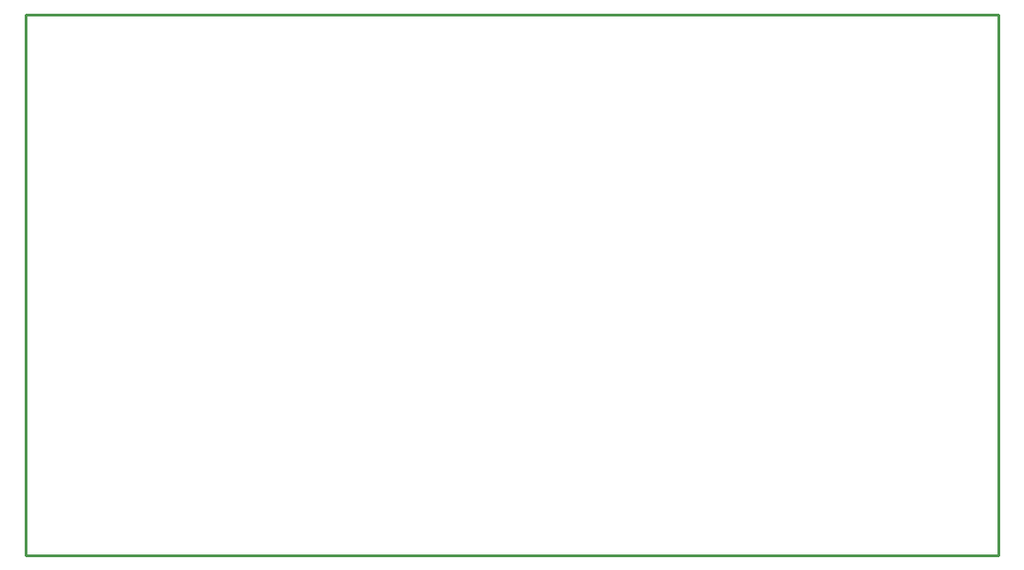
<source format=gbr>
G04 start of page 5 for group 3 idx 4 *
G04 Title: (unknown), outline *
G04 Creator: pcb 4.1.2 *
G04 CreationDate: Sun Sep 16 08:13:39 2018 UTC *
G04 For: mytch *
G04 Format: Gerber/RS-274X *
G04 PCB-Dimensions (mil): 3543.31 1968.50 *
G04 PCB-Coordinate-Origin: lower left *
%MOIN*%
%FSLAX25Y25*%
%LNOUTLINE*%
%ADD41C,0.0100*%
G54D41*X0Y196850D02*Y0D01*
Y196850D02*X354331D01*
X0Y0D02*X354331D01*
Y196850D02*Y0D01*
M02*

</source>
